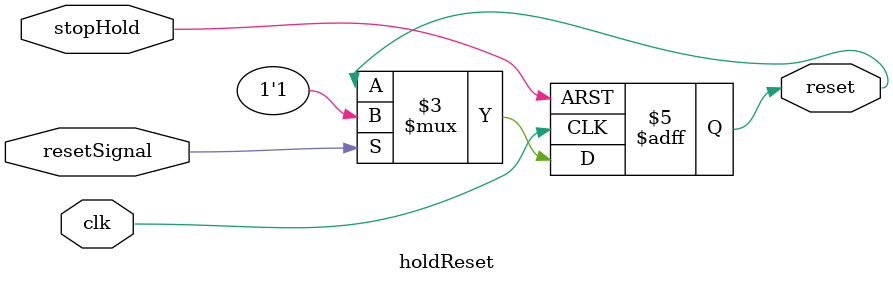
<source format=v>
module holdReset(
	input clk,
	input resetSignal,
	input stopHold,
	output reg reset);
	
	always @ (posedge clk or posedge stopHold) begin
		if (stopHold)
			reset = 0;
		else if (resetSignal)
			reset = 1;
	end
	
endmodule

</source>
